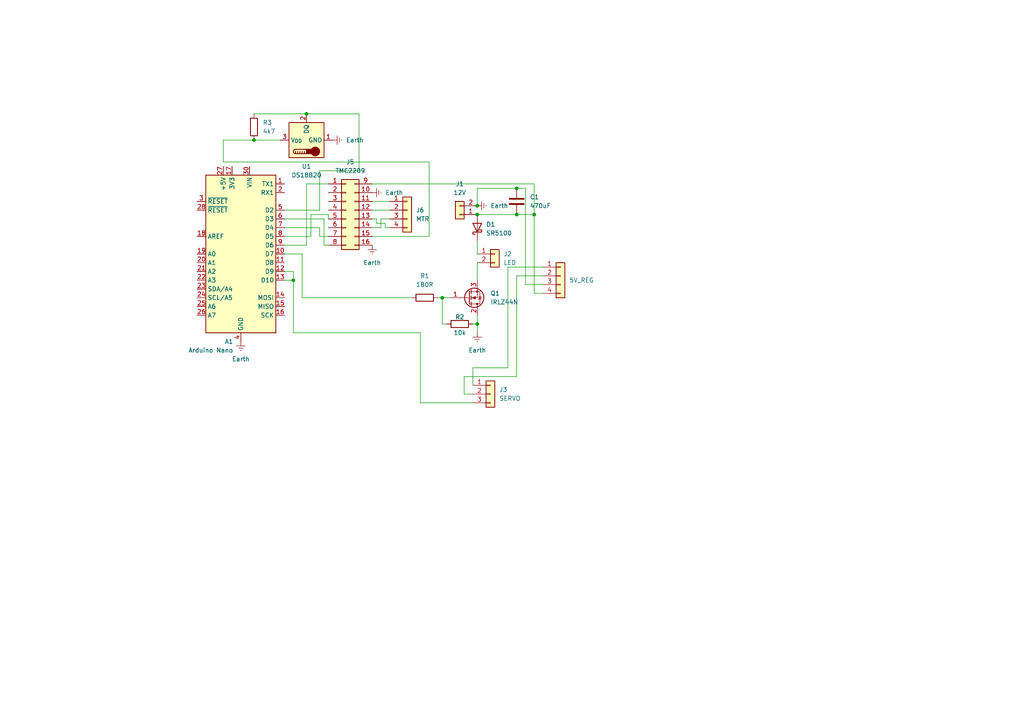
<source format=kicad_sch>
(kicad_sch (version 20231120) (generator "eeschema") (generator_version "8.0")
  (paper "A4")
  (lib_symbols
    (symbol "Connector_Generic:Conn_01x02" (pin_names (offset 1.016) hide)
      (property "Reference" "J" (at 0 2.54 0))
      (property "Value" "Conn_01x02" (at 0 -5.08 0))
      (symbol "Conn_01x02_1_1"
        (rectangle (start -1.27 -2.413) (end 0 -2.667) (stroke (width 0.1524)))
        (rectangle (start -1.27 0.127) (end 0 -0.127) (stroke (width 0.1524)))
        (rectangle (start -1.27 1.27) (end 1.27 -3.81) (stroke (width 0.254)) (fill (type background)))
        (pin passive line (at -5.08 0 0) (length 3.81) (name "Pin_1") (number "1"))
        (pin passive line (at -5.08 -2.54 0) (length 3.81) (name "Pin_2") (number "2"))
      )
    )
    (symbol "Connector_Generic:Conn_01x03" (pin_names (offset 1.016) hide)
      (property "Reference" "J" (at 0 5.08 0))
      (property "Value" "Conn_01x03" (at 0 -5.08 0))
      (symbol "Conn_01x03_1_1"
        (rectangle (start -1.27 -2.413) (end 0 -2.667) (stroke (width 0.1524)))
        (rectangle (start -1.27 0.127) (end 0 -0.127) (stroke (width 0.1524)))
        (rectangle (start -1.27 2.667) (end 0 2.413) (stroke (width 0.1524)))
        (rectangle (start -1.27 3.81) (end 1.27 -3.81) (stroke (width 0.254)) (fill (type background)))
        (pin passive line (at -5.08 2.54 0) (length 3.81) (name "Pin_1") (number "1"))
        (pin passive line (at -5.08 0 0) (length 3.81) (name "Pin_2") (number "2"))
        (pin passive line (at -5.08 -2.54 0) (length 3.81) (name "Pin_3") (number "3"))
      )
    )
    (symbol "Connector_Generic:Conn_01x04" (pin_names (offset 1.016) hide)
      (property "Reference" "J" (at 0 5.08 0))
      (property "Value" "Conn_01x04" (at 0 -7.62 0))
      (symbol "Conn_01x04_1_1"
        (rectangle (start -1.27 -4.953) (end 0 -5.207) (stroke (width 0.1524)))
        (rectangle (start -1.27 -2.413) (end 0 -2.667) (stroke (width 0.1524)))
        (rectangle (start -1.27 0.127) (end 0 -0.127) (stroke (width 0.1524)))
        (rectangle (start -1.27 2.667) (end 0 2.413) (stroke (width 0.1524)))
        (rectangle (start -1.27 3.81) (end 1.27 -6.35) (stroke (width 0.254)) (fill (type background)))
        (pin passive line (at -5.08 2.54 0) (length 3.81) (name "Pin_1") (number "1"))
        (pin passive line (at -5.08 0 0) (length 3.81) (name "Pin_2") (number "2"))
        (pin passive line (at -5.08 -2.54 0) (length 3.81) (name "Pin_3") (number "3"))
        (pin passive line (at -5.08 -5.08 0) (length 3.81) (name "Pin_4") (number "4"))
      )
    )
    (symbol "Connector_Generic:Conn_02x08_Top_Bottom" (pin_names (offset 1.016) hide)
      (property "Reference" "J" (at 1.27 10.16 0))
      (property "Value" "Conn_02x08_Top_Bottom" (at 1.27 -12.7 0))
      (symbol "Conn_02x08_Top_Bottom_1_1"
        (rectangle (start -1.27 -10.033) (end 0 -10.287) (stroke (width 0.1524)))
        (rectangle (start -1.27 -7.493) (end 0 -7.747) (stroke (width 0.1524)))
        (rectangle (start -1.27 -4.953) (end 0 -5.207) (stroke (width 0.1524)))
        (rectangle (start -1.27 -2.413) (end 0 -2.667) (stroke (width 0.1524)))
        (rectangle (start -1.27 0.127) (end 0 -0.127) (stroke (width 0.1524)))
        (rectangle (start -1.27 2.667) (end 0 2.413) (stroke (width 0.1524)))
        (rectangle (start -1.27 5.207) (end 0 4.953) (stroke (width 0.1524)))
        (rectangle (start -1.27 7.747) (end 0 7.493) (stroke (width 0.1524)))
        (rectangle (start -1.27 8.89) (end 3.81 -11.43) (stroke (width 0.254)) (fill (type background)))
        (rectangle (start 3.81 -10.033) (end 2.54 -10.287) (stroke (width 0.1524)))
        (rectangle (start 3.81 -7.493) (end 2.54 -7.747) (stroke (width 0.1524)))
        (rectangle (start 3.81 -4.953) (end 2.54 -5.207) (stroke (width 0.1524)))
        (rectangle (start 3.81 -2.413) (end 2.54 -2.667) (stroke (width 0.1524)))
        (rectangle (start 3.81 0.127) (end 2.54 -0.127) (stroke (width 0.1524)))
        (rectangle (start 3.81 2.667) (end 2.54 2.413) (stroke (width 0.1524)))
        (rectangle (start 3.81 5.207) (end 2.54 4.953) (stroke (width 0.1524)))
        (rectangle (start 3.81 7.747) (end 2.54 7.493) (stroke (width 0.1524)))
        (pin passive line (at -5.08 7.62 0) (length 3.81) (name "Pin_1") (number "1"))
        (pin passive line (at 7.62 5.08 180) (length 3.81) (name "Pin_10") (number "10"))
        (pin passive line (at 7.62 2.54 180) (length 3.81) (name "Pin_11") (number "11"))
        (pin passive line (at 7.62 0 180) (length 3.81) (name "Pin_12") (number "12"))
        (pin passive line (at 7.62 -2.54 180) (length 3.81) (name "Pin_13") (number "13"))
        (pin passive line (at 7.62 -5.08 180) (length 3.81) (name "Pin_14") (number "14"))
        (pin passive line (at 7.62 -7.62 180) (length 3.81) (name "Pin_15") (number "15"))
        (pin passive line (at 7.62 -10.16 180) (length 3.81) (name "Pin_16") (number "16"))
        (pin passive line (at -5.08 5.08 0) (length 3.81) (name "Pin_2") (number "2"))
        (pin passive line (at -5.08 2.54 0) (length 3.81) (name "Pin_3") (number "3"))
        (pin passive line (at -5.08 0 0) (length 3.81) (name "Pin_4") (number "4"))
        (pin passive line (at -5.08 -2.54 0) (length 3.81) (name "Pin_5") (number "5"))
        (pin passive line (at -5.08 -5.08 0) (length 3.81) (name "Pin_6") (number "6"))
        (pin passive line (at -5.08 -7.62 0) (length 3.81) (name "Pin_7") (number "7"))
        (pin passive line (at -5.08 -10.16 0) (length 3.81) (name "Pin_8") (number "8"))
        (pin passive line (at 7.62 7.62 180) (length 3.81) (name "Pin_9") (number "9"))
      )
    )
    (symbol "Device:C" (pin_numbers hide) (pin_names (offset 0.254))
      (property "Reference" "C" (at 0.635 2.54 0))
      (property "Value" "C" (at 0.635 -2.54 0))
      (symbol "C_0_1"
        (polyline (pts (xy -2.032 -0.762) (xy 2.032 -0.762)) (stroke (width 0.508)))
        (polyline (pts (xy -2.032 0.762) (xy 2.032 0.762)) (stroke (width 0.508)))
      )
      (symbol "C_1_1"
        (pin passive line (at 0 3.81 270) (length 2.794) (name "~") (number "1"))
        (pin passive line (at 0 -3.81 90) (length 2.794) (name "~") (number "2"))
      )
    )
    (symbol "Device:D_Schottky" (pin_numbers hide) (pin_names (offset 1.016) hide)
      (property "Reference" "D" (at 0 2.54 0))
      (property "Value" "D_Schottky" (at 0 -2.54 0))
      (symbol "D_Schottky_0_1"
        (polyline (pts (xy 1.27 0) (xy -1.27 0)))
        (polyline (pts (xy 1.27 1.27) (xy 1.27 -1.27) (xy -1.27 0) (xy 1.27 1.27)) (stroke (width 0.254)))
        (polyline (pts (xy -1.905 0.635) (xy -1.905 1.27) (xy -1.27 1.27) (xy -1.27 -1.27) (xy -0.635 -1.27) (xy -0.635 -0.635)) (stroke (width 0.254)))
      )
      (symbol "D_Schottky_1_1"
        (pin passive line (at -3.81 0 0) (length 2.54) (name "K") (number "1"))
        (pin passive line (at 3.81 0 180) (length 2.54) (name "A") (number "2"))
      )
    )
    (symbol "Device:R" (pin_numbers hide) (pin_names (offset 0))
      (property "Reference" "R" (at 2.032 0 90))
      (property "Value" "R" (at 0 0 90))
      (symbol "R_0_1"
        (rectangle (start -1.016 -2.54) (end 1.016 2.54) (stroke (width 0.254)))
      )
      (symbol "R_1_1"
        (pin passive line (at 0 3.81 270) (length 1.27) (name "~") (number "1"))
        (pin passive line (at 0 -3.81 90) (length 1.27) (name "~") (number "2"))
      )
    )
    (symbol "MCU_Module:Arduino_Nano_Every"
      (property "Reference" "A" (at -10.16 23.495 0))
      (property "Value" "Arduino_Nano_Every" (at 5.08 -24.13 0))
      (symbol "Arduino_Nano_Every_0_1"
        (rectangle (start -10.16 22.86) (end 10.16 -22.86) (stroke (width 0.254)) (fill (type background)))
      )
      (symbol "Arduino_Nano_Every_1_1"
        (pin bidirectional line (at -12.7 20.32 0) (length 2.54) (name "TX1") (number "1"))
        (pin bidirectional line (at -12.7 0 0) (length 2.54) (name "D7") (number "10"))
        (pin bidirectional line (at -12.7 -2.54 0) (length 2.54) (name "D8") (number "11"))
        (pin bidirectional line (at -12.7 -5.08 0) (length 2.54) (name "D9") (number "12"))
        (pin bidirectional line (at -12.7 -7.62 0) (length 2.54) (name "D10") (number "13"))
        (pin bidirectional line (at -12.7 -12.7 0) (length 2.54) (name "MOSI") (number "14"))
        (pin bidirectional line (at -12.7 -15.24 0) (length 2.54) (name "MISO") (number "15"))
        (pin bidirectional line (at -12.7 -17.78 0) (length 2.54) (name "SCK") (number "16"))
        (pin power_out line (at 2.54 25.4 270) (length 2.54) (name "3V3") (number "17"))
        (pin input line (at 12.7 5.08 180) (length 2.54) (name "AREF") (number "18"))
        (pin bidirectional line (at 12.7 0 180) (length 2.54) (name "A0") (number "19"))
        (pin bidirectional line (at -12.7 17.78 0) (length 2.54) (name "RX1") (number "2"))
        (pin bidirectional line (at 12.7 -2.54 180) (length 2.54) (name "A1") (number "20"))
        (pin bidirectional line (at 12.7 -5.08 180) (length 2.54) (name "A2") (number "21"))
        (pin bidirectional line (at 12.7 -7.62 180) (length 2.54) (name "A3") (number "22"))
        (pin bidirectional line (at 12.7 -10.16 180) (length 2.54) (name "SDA/A4") (number "23"))
        (pin bidirectional line (at 12.7 -12.7 180) (length 2.54) (name "SCL/A5") (number "24"))
        (pin bidirectional line (at 12.7 -15.24 180) (length 2.54) (name "A6") (number "25"))
        (pin bidirectional line (at 12.7 -17.78 180) (length 2.54) (name "A7") (number "26"))
        (pin power_out line (at 5.08 25.4 270) (length 2.54) (name "+5V") (number "27"))
        (pin input line (at 12.7 12.7 180) (length 2.54) (name "~{RESET}") (number "28"))
        (pin passive line (at 0 -25.4 90) (length 2.54) hide (name "GND") (number "29"))
        (pin input line (at 12.7 15.24 180) (length 2.54) (name "~{RESET}") (number "3"))
        (pin power_in line (at -2.54 25.4 270) (length 2.54) (name "VIN") (number "30"))
        (pin power_in line (at 0 -25.4 90) (length 2.54) (name "GND") (number "4"))
        (pin bidirectional line (at -12.7 12.7 0) (length 2.54) (name "D2") (number "5"))
        (pin bidirectional line (at -12.7 10.16 0) (length 2.54) (name "D3") (number "6"))
        (pin bidirectional line (at -12.7 7.62 0) (length 2.54) (name "D4") (number "7"))
        (pin bidirectional line (at -12.7 5.08 0) (length 2.54) (name "D5") (number "8"))
        (pin bidirectional line (at -12.7 2.54 0) (length 2.54) (name "D6") (number "9"))
      )
    )
    (symbol "Sensor_Temperature:DS18B20"
      (property "Reference" "U" (at -3.81 6.35 0))
      (property "Value" "DS18B20" (at 6.35 6.35 0))
      (symbol "DS18B20_0_1"
        (rectangle (start -5.08 5.08) (end 5.08 -5.08) (stroke (width 0.254)) (fill (type background)))
        (circle (center -3.302 -2.54) (radius 1.27) (stroke (width 0.254)) (fill (type outline)))
        (rectangle (start -2.667 -1.905) (end -3.937 0) (stroke (width 0.254)) (fill (type outline)))
        (arc (start -2.667 3.175) (mid -3.302 3.8073) (end -3.937 3.175) (stroke (width 0.254)))
        (polyline (pts (xy -3.937 0.635) (xy -3.302 0.635)) (stroke (width 0.254)))
        (polyline (pts (xy -3.937 1.27) (xy -3.302 1.27)) (stroke (width 0.254)))
        (polyline (pts (xy -3.937 1.905) (xy -3.302 1.905)) (stroke (width 0.254)))
        (polyline (pts (xy -3.937 2.54) (xy -3.302 2.54)) (stroke (width 0.254)))
        (polyline (pts (xy -3.937 3.175) (xy -3.937 0)) (stroke (width 0.254)))
        (polyline (pts (xy -3.937 3.175) (xy -3.302 3.175)) (stroke (width 0.254)))
        (polyline (pts (xy -2.667 3.175) (xy -2.667 0)) (stroke (width 0.254)))
      )
      (symbol "DS18B20_1_1"
        (pin power_in line (at 0 -7.62 90) (length 2.54) (name "GND") (number "1"))
        (pin bidirectional line (at 7.62 0 180) (length 2.54) (name "DQ") (number "2"))
        (pin power_in line (at 0 7.62 270) (length 2.54) (name "V_{DD}") (number "3"))
      )
    )
    (symbol "Transistor_FET:IRLZ44N" (pin_names hide)
      (property "Reference" "Q" (at 5.08 1.905 0))
      (property "Value" "IRLZ44N" (at 5.08 0 0))
      (symbol "IRLZ44N_0_1"
        (polyline (pts (xy 0.254 0) (xy -2.54 0)))
        (polyline (pts (xy 0.254 1.905) (xy 0.254 -1.905)) (stroke (width 0.254)))
        (polyline (pts (xy 0.762 -1.27) (xy 0.762 -2.286)) (stroke (width 0.254)))
        (polyline (pts (xy 0.762 0.508) (xy 0.762 -0.508)) (stroke (width 0.254)))
        (polyline (pts (xy 0.762 2.286) (xy 0.762 1.27)) (stroke (width 0.254)))
        (polyline (pts (xy 2.54 2.54) (xy 2.54 1.778)))
        (polyline (pts (xy 2.54 -2.54) (xy 2.54 0) (xy 0.762 0)))
        (polyline (pts (xy 0.762 -1.778) (xy 3.302 -1.778) (xy 3.302 1.778) (xy 0.762 1.778)))
        (polyline (pts (xy 1.016 0) (xy 2.032 0.381) (xy 2.032 -0.381) (xy 1.016 0)) (fill (type outline)))
        (polyline (pts (xy 2.794 0.508) (xy 2.921 0.381) (xy 3.683 0.381) (xy 3.81 0.254)))
        (polyline (pts (xy 3.302 0.381) (xy 2.921 -0.254) (xy 3.683 -0.254) (xy 3.302 0.381)))
        (circle (center 1.651 0) (radius 2.794) (stroke (width 0.254)))
        (circle (center 2.54 -1.778) (radius 0.254) (fill (type outline)))
        (circle (center 2.54 1.778) (radius 0.254) (fill (type outline)))
      )
      (symbol "IRLZ44N_1_1"
        (pin input line (at -5.08 0 0) (length 2.54) (name "G") (number "1"))
        (pin passive line (at 2.54 5.08 270) (length 2.54) (name "D") (number "2"))
        (pin passive line (at 2.54 -5.08 90) (length 2.54) (name "S") (number "3"))
      )
    )
    (symbol "power:Earth" (power) (pin_numbers hide) (pin_names (offset 0) hide)
      (property "Value" "Earth" (at 0 -3.81 0))
      (symbol "Earth_0_1"
        (polyline (pts (xy -0.635 -1.905) (xy 0.635 -1.905)))
        (polyline (pts (xy -0.127 -2.54) (xy 0.127 -2.54)))
        (polyline (pts (xy 0 -1.27) (xy 0 0)))
        (polyline (pts (xy 1.27 -1.27) (xy -1.27 -1.27)))
      )
      (symbol "Earth_1_1"
        (pin power_in line (at 0 0 270) (length 0) (name "~") (number "1"))
      )
    )
  )
  (junction (at 128.27 86.36))
  (junction (at 149.86 54.61))
  (junction (at 138.43 62.23))
  (junction (at 73.66 40.64))
  (junction (at 138.43 93.98))
  (junction (at 154.94 62.23))
  (junction (at 138.43 59.69))
  (junction (at 85.09 81.28))
  (junction (at 88.9 33.02))
  (junction (at 149.86 62.23))
  (wire (pts (xy 82.55 78.74) (xy 85.09 78.74)))
  (wire (pts (xy 128.27 86.36) (xy 128.27 93.98)))
  (wire (pts (xy 121.92 116.84) (xy 137.16 116.84)))
  (wire (pts (xy 124.46 68.58) (xy 124.46 46.99)))
  (wire (pts (xy 137.16 111.76) (xy 137.16 106.68)))
  (wire (pts (xy 82.55 63.5) (xy 93.98 63.5)))
  (wire (pts (xy 95.25 62.23) (xy 95.25 63.5)))
  (wire (pts (xy 107.95 63.5) (xy 109.22 63.5)))
  (wire (pts (xy 92.71 66.04) (xy 92.71 68.58)))
  (wire (pts (xy 90.17 62.23) (xy 95.25 62.23)))
  (wire (pts (xy 93.98 63.5) (xy 93.98 71.12)))
  (wire (pts (xy 104.14 33.02) (xy 88.9 33.02)))
  (wire (pts (xy 137.16 93.98) (xy 138.43 93.98)))
  (wire (pts (xy 152.4 54.61) (xy 152.4 82.55)))
  (wire (pts (xy 138.43 76.2) (xy 138.43 81.28)))
  (wire (pts (xy 107.95 58.42) (xy 113.03 58.42)))
  (wire (pts (xy 147.32 106.68) (xy 147.32 77.47)))
  (wire (pts (xy 107.95 68.58) (xy 124.46 68.58)))
  (wire (pts (xy 147.32 77.47) (xy 157.48 77.47)))
  (wire (pts (xy 73.66 33.02) (xy 88.9 33.02)))
  (wire (pts (xy 88.9 53.34) (xy 95.25 53.34)))
  (wire (pts (xy 85.09 96.52) (xy 121.92 96.52)))
  (wire (pts (xy 138.43 59.69) (xy 138.43 54.61)))
  (wire (pts (xy 92.71 68.58) (xy 95.25 68.58)))
  (wire (pts (xy 92.71 60.96) (xy 92.71 49.53)))
  (wire (pts (xy 138.43 93.98) (xy 138.43 91.44)))
  (wire (pts (xy 111.76 64.77) (xy 111.76 66.04)))
  (wire (pts (xy 113.03 63.5) (xy 110.49 63.5)))
  (wire (pts (xy 138.43 93.98) (xy 138.43 96.52)))
  (wire (pts (xy 90.17 68.58) (xy 90.17 62.23)))
  (wire (pts (xy 149.86 109.22) (xy 134.62 109.22)))
  (wire (pts (xy 87.63 73.66) (xy 87.63 86.36)))
  (wire (pts (xy 149.86 54.61) (xy 152.4 54.61)))
  (wire (pts (xy 107.95 66.04) (xy 110.49 66.04)))
  (wire (pts (xy 130.81 86.36) (xy 128.27 86.36)))
  (wire (pts (xy 154.94 53.34) (xy 154.94 62.23)))
  (wire (pts (xy 154.94 85.09) (xy 154.94 62.23)))
  (wire (pts (xy 149.86 62.23) (xy 138.43 62.23)))
  (wire (pts (xy 73.66 40.64) (xy 64.77 40.64)))
  (wire (pts (xy 85.09 78.74) (xy 85.09 81.28)))
  (wire (pts (xy 82.55 73.66) (xy 87.63 73.66)))
  (wire (pts (xy 157.48 80.01) (xy 149.86 80.01)))
  (wire (pts (xy 134.62 114.3) (xy 137.16 114.3)))
  (wire (pts (xy 104.14 49.53) (xy 104.14 33.02)))
  (wire (pts (xy 110.49 63.5) (xy 110.49 66.04)))
  (wire (pts (xy 109.22 64.77) (xy 111.76 64.77)))
  (wire (pts (xy 152.4 82.55) (xy 157.48 82.55)))
  (wire (pts (xy 124.46 46.99) (xy 64.77 46.99)))
  (wire (pts (xy 107.95 53.34) (xy 154.94 53.34)))
  (wire (pts (xy 93.98 71.12) (xy 95.25 71.12)))
  (wire (pts (xy 82.55 81.28) (xy 85.09 81.28)))
  (wire (pts (xy 88.9 71.12) (xy 88.9 53.34)))
  (wire (pts (xy 157.48 85.09) (xy 154.94 85.09)))
  (wire (pts (xy 149.86 80.01) (xy 149.86 109.22)))
  (wire (pts (xy 85.09 81.28) (xy 85.09 96.52)))
  (wire (pts (xy 82.55 71.12) (xy 88.9 71.12)))
  (wire (pts (xy 121.92 96.52) (xy 121.92 116.84)))
  (wire (pts (xy 92.71 49.53) (xy 104.14 49.53)))
  (wire (pts (xy 134.62 109.22) (xy 134.62 114.3)))
  (wire (pts (xy 154.94 62.23) (xy 149.86 62.23)))
  (wire (pts (xy 109.22 63.5) (xy 109.22 64.77)))
  (wire (pts (xy 128.27 86.36) (xy 127 86.36)))
  (wire (pts (xy 107.95 60.96) (xy 113.03 60.96)))
  (wire (pts (xy 82.55 68.58) (xy 90.17 68.58)))
  (wire (pts (xy 82.55 66.04) (xy 92.71 66.04)))
  (wire (pts (xy 128.27 93.98) (xy 129.54 93.98)))
  (wire (pts (xy 82.55 60.96) (xy 92.71 60.96)))
  (wire (pts (xy 64.77 40.64) (xy 64.77 46.99)))
  (wire (pts (xy 138.43 69.85) (xy 138.43 73.66)))
  (wire (pts (xy 87.63 86.36) (xy 119.38 86.36)))
  (wire (pts (xy 81.28 40.64) (xy 73.66 40.64)))
  (wire (pts (xy 138.43 54.61) (xy 149.86 54.61)))
  (wire (pts (xy 137.16 106.68) (xy 147.32 106.68)))
  (wire (pts (xy 111.76 66.04) (xy 113.03 66.04)))
  (symbol (lib_id "power:Earth") (at 138.43 96.52 0) (unit 1)
    (property "Reference" "#PWR02" (effects (hide yes)))
    (property "Value" "Earth" (at 138.43 101.6 0))
    (property "Description" "Power symbol creates a global label with name \"Earth\"" (effects (hide yes)))
  )
  (symbol (lib_id "Device:C") (at 149.86 58.42 0) (unit 1)
    (property "Reference" "C1" (at 153.67 57.1499 0) (effects (justify left)))
    (property "Value" "470uF" (at 153.67 59.6899 0) (effects (justify left)))
    (property "Footprint" "Capacitor_THT:CP_Radial_D6.3mm_P2.50mm" (effects (hide yes)))
    (property "Description" "Unpolarized capacitor" (effects (hide yes)))
  )
  (symbol (lib_id "power:Earth") (at 69.85 99.06 0) (unit 1)
    (property "Reference" "#PWR03" (effects (hide yes)))
    (property "Value" "Earth" (at 69.85 104.14 0))
    (property "Description" "Power symbol creates a global label with name \"Earth\"" (effects (hide yes)))
  )
  (symbol (lib_id "Connector_Generic:Conn_01x02") (at 133.35 62.23 180) (unit 1)
    (property "Reference" "J1" (at 133.35 53.34 0))
    (property "Value" "12V" (at 133.35 55.88 0))
    (property "Footprint" "Connector_BarrelJack:BarrelJack_CUI_PJ-063AH_Horizontal" (effects (hide yes)))
    (property "Description" "Generic connector, single row, 01x02, script generated (kicad-library-utils/schlib/autogen/connector/)" (effects (hide yes)))
  )
  (symbol (lib_id "Connector_Generic:Conn_02x08_Top_Bottom") (at 100.33 60.96 0) (unit 1)
    (property "Reference" "J5" (at 101.6 46.99 0))
    (property "Value" "TMC2209" (at 101.6 49.53 0))
    (property "Footprint" "Custom:Pin_Header_02x08_6_spaces_2,50mm" (effects (hide yes)))
  )
  (symbol (lib_id "Connector_Generic:Conn_01x04") (at 118.11 60.96 0) (unit 1)
    (property "Reference" "J6" (at 120.65 60.9599 0) (effects (justify left)))
    (property "Value" "MTR" (at 120.65 63.4999 0) (effects (justify left)))
    (property "Footprint" "Connector_JST:JST_XH_B4B-XH-A_1x04_P2.50mm_Vertical" (effects (hide yes)))
    (property "Description" "Generic connector, single row, 01x04, script generated (kicad-library-utils/schlib/autogen/connector/)" (effects (hide yes)))
  )
  (symbol (lib_id "power:Earth") (at 107.95 71.12 0) (unit 1)
    (property "Reference" "#PWR05" (effects (hide yes)))
    (property "Value" "Earth" (at 107.95 76.2 0))
    (property "Description" "Power symbol creates a global label with name \"Earth\"" (effects (hide yes)))
  )
  (symbol (lib_id "power:Earth") (at 138.43 59.69 90) (unit 1)
    (property "Reference" "#PWR01" (effects (hide yes)))
    (property "Value" "Earth" (at 142.24 59.6899 90) (effects (justify right)))
    (property "Description" "Power symbol creates a global label with name \"Earth\"" (effects (hide yes)))
  )
  (symbol (lib_id "Connector_Generic:Conn_01x02") (at 143.51 73.66 0) (unit 1)
    (property "Reference" "J2" (at 146.05 73.6599 0) (effects (justify left)))
    (property "Value" "LED" (at 146.05 76.1999 0) (effects (justify left)))
    (property "Footprint" "Connector_JST:JST_XH_B2B-XH-A_1x02_P2.50mm_Vertical" (effects (hide yes)))
    (property "Description" "Generic connector, single row, 01x02, script generated (kicad-library-utils/schlib/autogen/connector/)" (effects (hide yes)))
  )
  (symbol (lib_id "power:Earth") (at 107.95 55.88 90) (unit 1)
    (property "Reference" "#PWR04" (effects (hide yes)))
    (property "Value" "Earth" (at 111.76 55.8799 90) (effects (justify right)))
    (property "Description" "Power symbol creates a global label with name \"Earth\"" (effects (hide yes)))
  )
  (symbol (lib_id "Device:D_Schottky") (at 138.43 66.04 90) (unit 1)
    (property "Reference" "D1" (at 140.97 65.0874 90) (effects (justify right)))
    (property "Value" "SR5100" (at 140.97 67.6274 90) (effects (justify right)))
    (property "Footprint" "Diode_THT:D_DO-27_P15.24mm_Horizontal" (effects (hide yes)))
    (property "Description" "Schottky diode" (effects (hide yes)))
  )
  (symbol (lib_id "Transistor_FET:IRLZ44N") (at 135.89 86.36 0) (mirror x) (unit 1)
    (property "Reference" "Q1" (at 142.24 85.0899 0) (effects (justify left)))
    (property "Value" "IRLZ44N" (at 142.24 87.6299 0) (effects (justify left)))
    (property "Footprint" "Package_TO_SOT_THT:TO-220-3_Vertical" (effects (hide yes)))
    (property "Datasheet" "http://www.irf.com/product-info/datasheets/data/irlz44n.pdf" (effects (hide yes)))
    (property "Description" "47A Id, 55V Vds, 22mOhm Rds Single N-Channel HEXFET Power MOSFET, TO-220AB" (effects (hide yes)))
  )
  (symbol (lib_id "Device:R") (at 123.19 86.36 270) (unit 1)
    (property "Reference" "R1" (at 123.19 80.01 90))
    (property "Value" "180R" (at 123.19 82.55 90))
    (property "Footprint" "Resistor_THT:R_Axial_DIN0207_L6.3mm_D2.5mm_P7.62mm_Horizontal" (effects (hide yes)))
    (property "Description" "Resistor" (effects (hide yes)))
  )
  (symbol (lib_id "Connector_Generic:Conn_01x03") (at 142.24 114.3 0) (unit 1)
    (property "Reference" "J3" (at 144.78 113.0299 0) (effects (justify left)))
    (property "Value" "SERVO" (at 144.78 115.5699 0) (effects (justify left)))
    (property "Footprint" "Connector_JST:JST_XH_B3B-XH-A_1x03_P2.50mm_Vertical" (effects (hide yes)))
    (property "Description" "Generic connector, single row, 01x03, script generated (kicad-library-utils/schlib/autogen/connector/)" (effects (hide yes)))
  )
  (symbol (lib_id "power:Earth") (at 96.52 40.64 90) (unit 1)
    (property "Reference" "#PWR06" (effects (hide yes)))
    (property "Value" "Earth" (at 100.33 40.6399 90) (effects (justify right)))
    (property "Description" "Power symbol creates a global label with name \"Earth\"" (effects (hide yes)))
  )
  (symbol (lib_id "Connector_Generic:Conn_01x04") (at 162.56 80.01 0) (unit 1)
    (property "Reference" "J4" (effects (hide yes)))
    (property "Value" "5V_REG" (at 165.1 81.2799 0) (effects (justify left)))
    (property "Footprint" "Custom:PinHeader_1x04_P6.00mm_Vertical" (effects (hide yes)))
    (property "Description" "Generic connector, single row, 01x04, script generated (kicad-library-utils/schlib/autogen/connector/)" (effects (hide yes)))
  )
  (symbol (lib_id "MCU_Module:Arduino_Nano_Every") (at 69.85 73.66 0) (mirror y) (unit 1)
    (property "Reference" "A1" (at 67.6559 99.06 0) (effects (justify left)))
    (property "Value" "Arduino Nano" (at 67.6559 101.6 0) (effects (justify left)))
    (property "Footprint" "Module:Arduino_Nano" (effects (hide yes)))
    (property "Datasheet" "https://content.arduino.cc/assets/NANOEveryV3.0_sch.pdf" (effects (hide yes)))
    (property "Description" "Arduino Nano Every" (effects (hide yes)))
  )
  (symbol (lib_id "Device:R") (at 133.35 93.98 90) (unit 1)
    (property "Reference" "R2" (at 133.35 91.948 90))
    (property "Value" "10k" (at 133.35 96.52 90))
    (property "Footprint" "Resistor_THT:R_Axial_DIN0207_L6.3mm_D2.5mm_P7.62mm_Horizontal" (effects (hide yes)))
    (property "Description" "Resistor" (effects (hide yes)))
  )
  (symbol (lib_id "Device:R") (at 73.66 36.83 0) (unit 1)
    (property "Reference" "R3" (at 76.2 35.5599 0) (effects (justify left)))
    (property "Value" "4k7" (at 76.2 38.0999 0) (effects (justify left)))
    (property "Footprint" "Resistor_THT:R_Axial_DIN0411_L9.9mm_D3.6mm_P12.70mm_Horizontal" (effects (hide yes)))
    (property "Description" "Resistor" (effects (hide yes)))
  )
  (symbol (lib_id "Sensor_Temperature:DS18B20") (at 88.9 40.64 90) (unit 1)
    (property "Reference" "U1" (at 88.9 48.26 90))
    (property "Value" "DS18B20" (at 88.9 50.8 90))
    (property "Footprint" "Connector_PinHeader_2.54mm:PinHeader_1x03_P2.54mm_Vertical" (effects (hide yes)))
    (property "Datasheet" "http://datasheets.maximintegrated.com/en/ds/DS18B20.pdf" (effects (hide yes)))
    (property "Description" "Programmable Resolution 1-Wire Digital Thermometer TO-92" (effects (hide yes)))
  )
)
</source>
